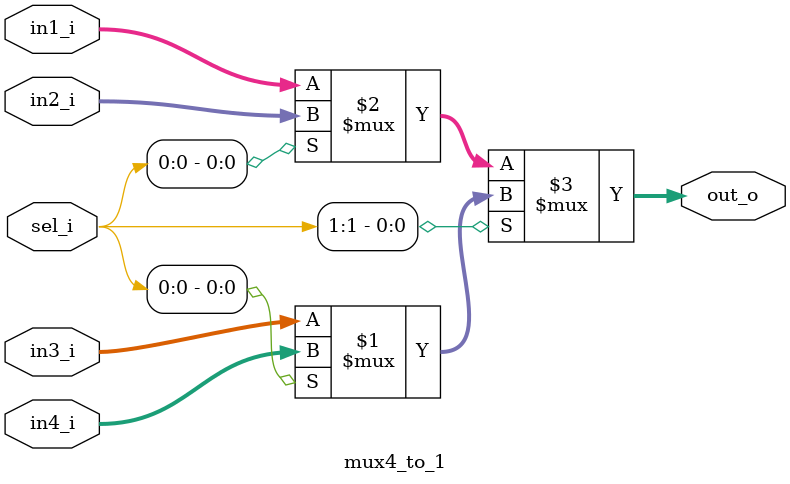
<source format=v>

module mux4_to_1 #(
  parameter Width = 32
) (
  input  [Width-1:0] in1_i,
  input  [Width-1:0] in2_i,
  input  [Width-1:0] in3_i,
  input  [Width-1:0] in4_i,
  input        [1:0] sel_i,
  output [Width-1:0] out_o
);

  assign out_o = sel_i[1] ? (sel_i[0] ? in4_i : in3_i) : (sel_i[0] ? in2_i : in1_i);

endmodule

</source>
